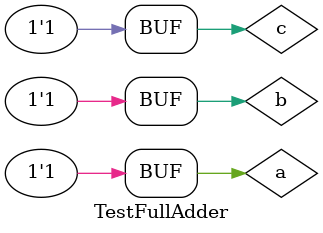
<source format=v>
module FullAdder(a, b, c, sum, carry);
    input a, b, c;
    output sum, carry;
    wire w1 = !a & !b & c;
    wire w2 = !a & b & !c;
    wire w3 = a & !b & !c;
    wire w4 = a & b & c;
    wire w5 = b & c;
    wire w6 = a & c;
    wire w7 = a & b;
    assign sum = w1 | w2 | w3 | w4;
    assign carry = w5 | w6 | w7;
endmodule


module TestFullAdder;
    reg a, b, c;
    wire sum, carry;

    FullAdder ha (
        .a(a),
        .b(b),
        .c(c),
        .sum(sum),
        .carry(carry)
    );

    initial begin
        a = 0;
        b = 0;
        c = 0;

        #50
        a = 1;
        b = 0;
        c = 0;

        #50
        a = 0;
        b = 1;
        c = 0;

        #50
        a = 1;
        b = 1;
        c = 0;

        #50
        a = 0;
        b = 0;
        c = 1;

        #50
        a = 1;
        b = 0;
        c = 1;

        #50
        a = 0;
        b = 1;
        c = 1;

        #50
        a = 1;
        b = 1;
        c = 1;
    end
endmodule
</source>
